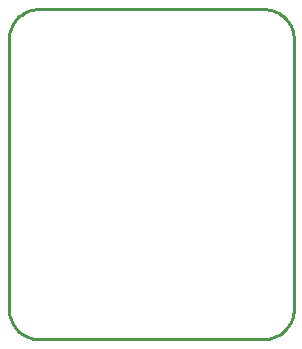
<source format=gbr>
G04 EAGLE Gerber RS-274X export*
G75*
%MOMM*%
%FSLAX34Y34*%
%LPD*%
%IN*%
%IPPOS*%
%AMOC8*
5,1,8,0,0,1.08239X$1,22.5*%
G01*
%ADD10C,0.254000*%


D10*
X0Y25400D02*
X97Y23186D01*
X386Y20989D01*
X865Y18826D01*
X1532Y16713D01*
X2380Y14666D01*
X3403Y12700D01*
X4594Y10831D01*
X5942Y9073D01*
X7440Y7440D01*
X9073Y5942D01*
X10831Y4594D01*
X12700Y3403D01*
X14666Y2380D01*
X16713Y1532D01*
X18826Y865D01*
X20989Y386D01*
X23186Y97D01*
X25400Y0D01*
X215900Y0D01*
X218114Y97D01*
X220311Y386D01*
X222474Y865D01*
X224587Y1532D01*
X226635Y2380D01*
X228600Y3403D01*
X230469Y4594D01*
X232227Y5942D01*
X233861Y7440D01*
X235358Y9073D01*
X236706Y10831D01*
X237897Y12700D01*
X238920Y14666D01*
X239768Y16713D01*
X240435Y18826D01*
X240914Y20989D01*
X241203Y23186D01*
X241300Y25400D01*
X241300Y254000D01*
X241203Y256214D01*
X240914Y258411D01*
X240435Y260574D01*
X239768Y262687D01*
X238920Y264735D01*
X237897Y266700D01*
X236706Y268569D01*
X235358Y270327D01*
X233861Y271961D01*
X232227Y273458D01*
X230469Y274806D01*
X228600Y275997D01*
X226635Y277020D01*
X224587Y277868D01*
X222474Y278535D01*
X220311Y279014D01*
X218114Y279303D01*
X215900Y279400D01*
X25400Y279400D01*
X23186Y279303D01*
X20989Y279014D01*
X18826Y278535D01*
X16713Y277868D01*
X14666Y277020D01*
X12700Y275997D01*
X10831Y274806D01*
X9073Y273458D01*
X7440Y271961D01*
X5942Y270327D01*
X4594Y268569D01*
X3403Y266700D01*
X2380Y264735D01*
X1532Y262687D01*
X865Y260574D01*
X386Y258411D01*
X97Y256214D01*
X0Y254000D01*
X0Y25400D01*
M02*

</source>
